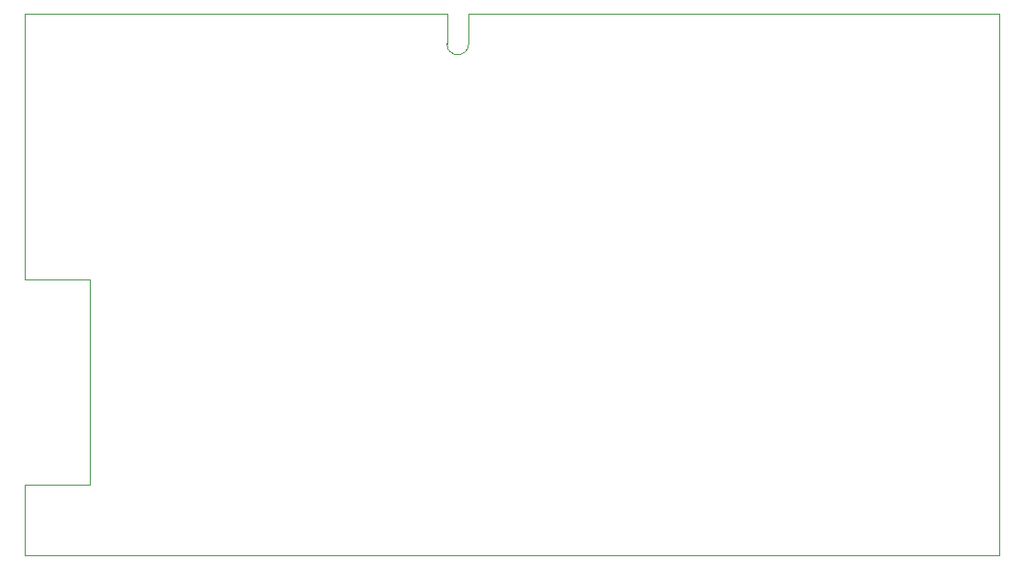
<source format=gbr>
%TF.GenerationSoftware,KiCad,Pcbnew,8.0.5*%
%TF.CreationDate,2024-11-26T11:55:41+00:00*%
%TF.ProjectId,NFC_ESP32,4e46435f-4553-4503-9332-2e6b69636164,rev?*%
%TF.SameCoordinates,Original*%
%TF.FileFunction,Profile,NP*%
%FSLAX46Y46*%
G04 Gerber Fmt 4.6, Leading zero omitted, Abs format (unit mm)*
G04 Created by KiCad (PCBNEW 8.0.5) date 2024-11-26 11:55:41*
%MOMM*%
%LPD*%
G01*
G04 APERTURE LIST*
%TA.AperFunction,Profile*%
%ADD10C,0.050000*%
%TD*%
G04 APERTURE END LIST*
D10*
X141000000Y-30000000D02*
X190000000Y-30000000D01*
X141000000Y-32750000D02*
G75*
G02*
X139000000Y-32750000I-1000000J0D01*
G01*
X141000000Y-30000000D02*
X141000000Y-32750000D01*
X139000000Y-30000000D02*
X139000000Y-32750000D01*
X139000000Y-30000000D02*
X100000000Y-30000000D01*
X190000000Y-80000000D02*
X190000000Y-30000000D01*
X100000000Y-80000000D02*
X100000000Y-73500000D01*
X100000000Y-54500000D02*
X100000000Y-30000000D01*
X106000000Y-73500000D02*
X106000000Y-54500000D01*
X100000000Y-80000000D02*
X190000000Y-80000000D01*
X100000000Y-73500000D02*
X106000000Y-73500000D01*
X106000000Y-54500000D02*
X100000000Y-54500000D01*
M02*

</source>
